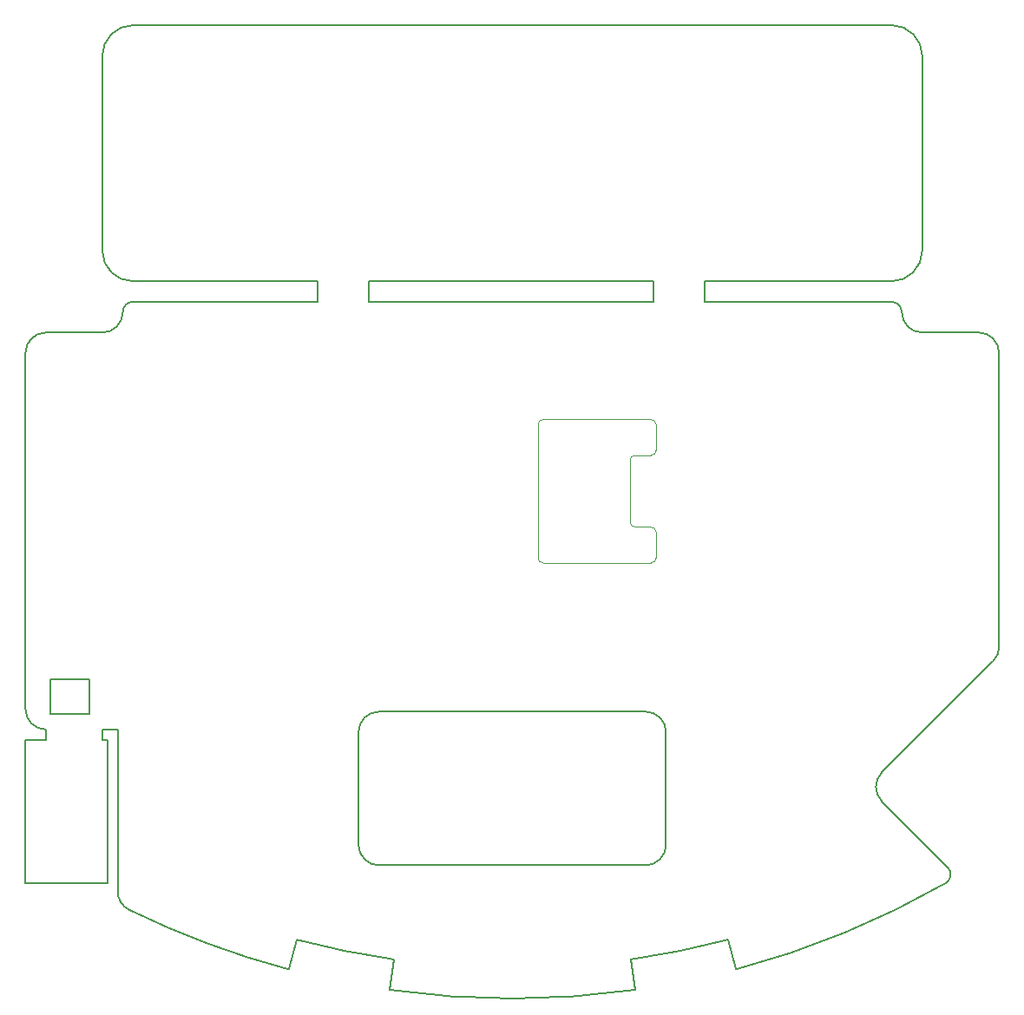
<source format=gbr>
%TF.GenerationSoftware,KiCad,Pcbnew,8.0.1*%
%TF.CreationDate,2024-04-30T15:38:52+08:00*%
%TF.ProjectId,prototype,70726f74-6f74-4797-9065-2e6b69636164,rev?*%
%TF.SameCoordinates,Original*%
%TF.FileFunction,Profile,NP*%
%FSLAX46Y46*%
G04 Gerber Fmt 4.6, Leading zero omitted, Abs format (unit mm)*
G04 Created by KiCad (PCBNEW 8.0.1) date 2024-04-30 15:38:52*
%MOMM*%
%LPD*%
G01*
G04 APERTURE LIST*
%TA.AperFunction,Profile*%
%ADD10C,0.200000*%
%TD*%
%TA.AperFunction,Profile*%
%ADD11C,0.100000*%
%TD*%
%TA.AperFunction,Profile*%
%ADD12C,0.150000*%
%TD*%
G04 APERTURE END LIST*
D10*
X137000000Y-40000000D02*
G75*
G02*
X140000000Y-43000000I0J-3000000D01*
G01*
X52499999Y-109747611D02*
X53499999Y-109747611D01*
X108801136Y-65000000D02*
X91000000Y-65000000D01*
X86000000Y-65000000D02*
X86000000Y-67000000D01*
X52500000Y-106741276D02*
X52500000Y-100666522D01*
X60499999Y-109747611D02*
X60000000Y-109747611D01*
X121030257Y-129257353D02*
X121799657Y-132157012D01*
X52500000Y-72000000D02*
G75*
G02*
X54500000Y-70000000I2000000J0D01*
G01*
X113801136Y-65000000D02*
X108801136Y-65000000D01*
X108801136Y-67000000D02*
X113801136Y-67000000D01*
X121030257Y-129257352D02*
G75*
G02*
X111576470Y-131178720I-21030157J79256952D01*
G01*
X81000000Y-65000000D02*
X64000000Y-65000000D01*
X63000000Y-65000000D02*
G75*
G02*
X60000000Y-62000000I0J3000000D01*
G01*
X137000000Y-67000000D02*
G75*
G02*
X138000000Y-68000000I0J-1000000D01*
G01*
X61499999Y-108747611D02*
X61499999Y-109747611D01*
X60000000Y-70000000D02*
X54500000Y-70000000D01*
X136062458Y-115760941D02*
G75*
G02*
X136069403Y-112925547I1414242J1414241D01*
G01*
X118801136Y-65000000D02*
X119000000Y-65000000D01*
X111999999Y-134148674D02*
G75*
G02*
X88000000Y-134148674I-11999999J84148274D01*
G01*
X54500000Y-108747611D02*
G75*
G02*
X52499999Y-106741276I0J2000011D01*
G01*
X113000000Y-122000000D02*
X87000000Y-122000000D01*
X54499999Y-109747611D02*
X53499999Y-109747611D01*
X52499999Y-123747611D02*
X52499999Y-109747611D01*
X91000000Y-67000000D02*
X108801136Y-67000000D01*
X62000000Y-68000000D02*
G75*
G02*
X63000000Y-67000000I1000000J0D01*
G01*
X142474408Y-122172893D02*
X136062457Y-115760942D01*
X85000000Y-109000000D02*
G75*
G02*
X87000000Y-107000000I2000000J0D01*
G01*
X60000000Y-109747611D02*
X60000000Y-108747611D01*
X137000000Y-40000000D02*
X63000000Y-40000000D01*
X91000000Y-65000000D02*
X86000000Y-65000000D01*
X118801136Y-67000000D02*
X119000000Y-67000000D01*
X66000000Y-67000000D02*
X63000000Y-67000000D01*
X52499999Y-123747611D02*
X60499999Y-123747611D01*
X115000000Y-109000000D02*
X115000000Y-120000000D01*
X52500000Y-72000000D02*
X52500000Y-100666522D01*
X137000000Y-65000000D02*
X136000000Y-65000000D01*
X113801136Y-67000000D02*
X113801136Y-65000000D01*
X88423530Y-131178724D02*
X88000000Y-134148672D01*
X81000000Y-65000000D02*
X81000000Y-67000000D01*
X60000000Y-108747611D02*
X61499999Y-108747611D01*
X60000000Y-43000000D02*
G75*
G02*
X63000000Y-40000000I3000000J0D01*
G01*
X78000000Y-67000000D02*
X81000000Y-67000000D01*
X62000000Y-68000000D02*
G75*
G02*
X60000000Y-70000000I-2000000J0D01*
G01*
X61499999Y-109747611D02*
X61499999Y-124549600D01*
X147500000Y-100666500D02*
G75*
G02*
X146919295Y-102075697I-2000200J0D01*
G01*
X86000000Y-67000000D02*
X91000000Y-67000000D01*
X118801136Y-65000000D02*
X118801136Y-67000000D01*
X140000000Y-43000000D02*
X140000000Y-62000000D01*
X85000000Y-120000000D02*
X85000000Y-109000000D01*
X60000000Y-43000000D02*
X60000000Y-62000000D01*
X147500000Y-100666500D02*
X147500000Y-72000000D01*
X142264523Y-123747610D02*
G75*
G02*
X121799654Y-132157000I-42264423J73747510D01*
G01*
X78200344Y-132157012D02*
X78969744Y-129257355D01*
X115000000Y-120000000D02*
G75*
G02*
X113000000Y-122000000I-2000000J0D01*
G01*
X60499999Y-123747611D02*
X60499999Y-109747611D01*
X78200344Y-132157011D02*
G75*
G02*
X62620480Y-126339844I21799556J82156811D01*
G01*
X66000000Y-67000000D02*
X78000000Y-67000000D01*
X64000000Y-65000000D02*
X63000000Y-65000000D01*
X142474408Y-122172893D02*
G75*
G02*
X142264529Y-123747621I-707108J-707107D01*
G01*
X87000000Y-107000000D02*
X113000000Y-107000000D01*
X88423530Y-131178724D02*
G75*
G02*
X78969744Y-129257356I11576570J81179324D01*
G01*
X54499999Y-108747611D02*
X54499999Y-109747611D01*
X145500000Y-70000000D02*
X140000000Y-70000000D01*
X140000000Y-62000000D02*
G75*
G02*
X137000000Y-65000000I-3000000J0D01*
G01*
X145500000Y-70000000D02*
G75*
G02*
X147500000Y-72000000I0J-2000000D01*
G01*
X113000000Y-107000000D02*
G75*
G02*
X115000000Y-109000000I0J-2000000D01*
G01*
X119000000Y-65000000D02*
X136000000Y-65000000D01*
X137000000Y-67000000D02*
X119000000Y-67000000D01*
X87000000Y-122000000D02*
G75*
G02*
X85000000Y-120000000I0J2000000D01*
G01*
X136069403Y-112925547D02*
X146919274Y-102075676D01*
X62620481Y-126339842D02*
G75*
G02*
X61499999Y-124549600I879519J1796242D01*
G01*
X140000000Y-70000000D02*
G75*
G02*
X138000000Y-68000000I0J2000000D01*
G01*
X111999999Y-134148675D02*
X111576471Y-131178726D01*
D11*
%TO.C,U1*%
X103004000Y-92483000D02*
X106134000Y-92483000D01*
X113534000Y-92483000D02*
X106134000Y-92483000D01*
X102504000Y-91983000D02*
X102504000Y-78983000D01*
X114034000Y-91983000D02*
X114034000Y-89483000D01*
X113534000Y-88983000D02*
X111994000Y-88983000D01*
X111494000Y-82483000D02*
X111494000Y-88483000D01*
X113534000Y-81983000D02*
X111994000Y-81983000D01*
X114034000Y-78983000D02*
X114034000Y-81483000D01*
X103004000Y-78483000D02*
X106134000Y-78483000D01*
X106134000Y-78483000D02*
X113534000Y-78483000D01*
X103004000Y-92483000D02*
G75*
G02*
X102504000Y-91983000I0J500000D01*
G01*
X114034000Y-91983000D02*
G75*
G02*
X113534000Y-92483000I-500000J0D01*
G01*
X111994000Y-88983000D02*
G75*
G02*
X111494000Y-88483000I0J500000D01*
G01*
X113534000Y-88983000D02*
G75*
G02*
X114034000Y-89483000I0J-500000D01*
G01*
X111494000Y-82483000D02*
G75*
G02*
X111994000Y-81983000I500000J0D01*
G01*
X114034000Y-81483000D02*
G75*
G02*
X113534000Y-81983000I-500000J0D01*
G01*
X102504000Y-78983000D02*
G75*
G02*
X103004000Y-78483000I500000J0D01*
G01*
X113534000Y-78483000D02*
G75*
G02*
X114034000Y-78983000I0J-500000D01*
G01*
D12*
%TO.C,D1*%
X54934500Y-103848000D02*
X54934500Y-107248000D01*
X58734500Y-103848000D02*
X54934500Y-103848000D01*
X58734500Y-103848000D02*
X58734500Y-107248000D01*
X58734500Y-107248000D02*
X54934500Y-107248000D01*
%TD*%
M02*

</source>
